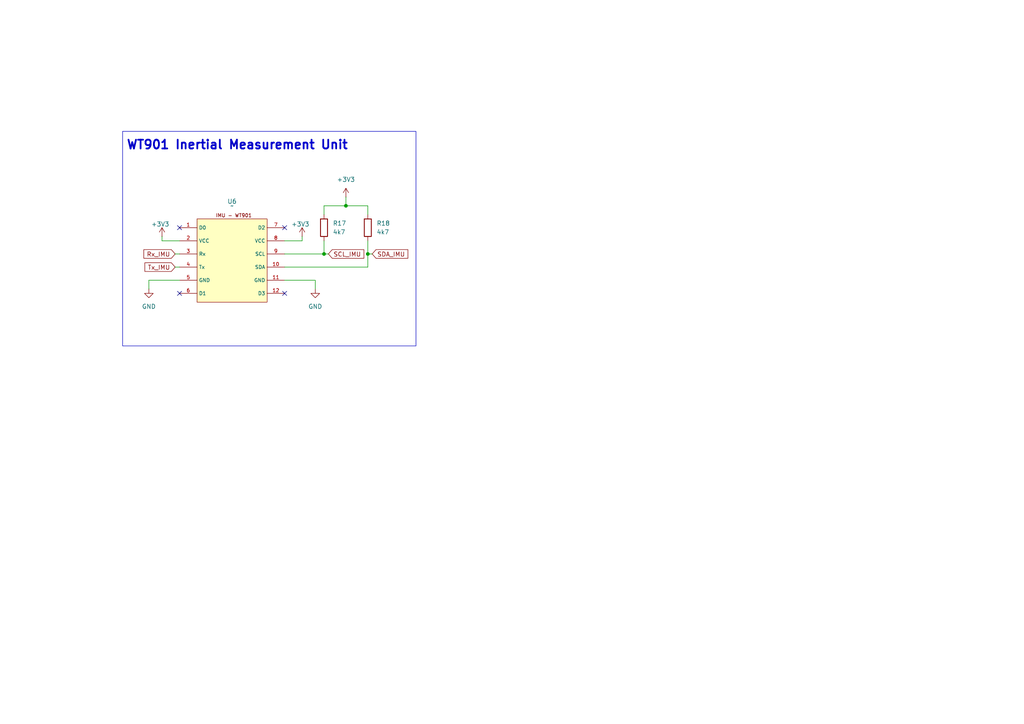
<source format=kicad_sch>
(kicad_sch (version 20231120) (generator "eeschema") (generator_version "8.0")
  (paper "A4")
  (lib_symbols
    (symbol "Device:R" (pin_numbers hide) (pin_names (offset 0))
      (property "Reference" "R" (at 2.032 0 90))
      (property "Value" "R" (at 0 0 90))
      (symbol "R_0_1"
        (rectangle (start -1.016 -2.54) (end 1.016 2.54) (stroke (width 0.254)))
      )
      (symbol "R_1_1"
        (pin passive line (at 0 3.81 270) (length 1.27) (name "~") (number "1"))
        (pin passive line (at 0 -3.81 90) (length 1.27) (name "~") (number "2"))
      )
    )
    (symbol "IMU_WT901:WT901"
      (property "Reference" "U2" (at 0 20.32 0))
      (property "Value" "~" (at 0 19.05 0))
      (symbol "WT901_0_1"
        (rectangle (start -10.16 15.24) (end 10.16 -8.89) (fill (type background)))
      )
      (symbol "WT901_1_0"
        (pin bidirectional line (at -15.24 12.7 0) (length 5.08) (name "D0") (number "1"))
        (pin bidirectional line (at 15.24 1.27 180) (length 5.08) (name "SDA") (number "10"))
        (pin bidirectional line (at 15.24 -2.54 180) (length 5.08) (name "GND") (number "11"))
        (pin bidirectional line (at 15.24 -6.35 180) (length 5.08) (name "D3") (number "12"))
        (pin bidirectional line (at -15.24 8.89 0) (length 5.08) (name "VCC") (number "2"))
        (pin bidirectional line (at -15.24 5.08 0) (length 5.08) (name "Rx") (number "3"))
        (pin bidirectional line (at -15.24 1.27 0) (length 5.08) (name "Tx") (number "4"))
        (pin bidirectional line (at -15.24 -2.54 0) (length 5.08) (name "GND") (number "5"))
        (pin bidirectional line (at -15.24 -6.35 0) (length 5.08) (name "D1") (number "6"))
        (pin bidirectional line (at 15.24 12.7 180) (length 5.08) (name "D2") (number "7"))
        (pin bidirectional line (at 15.24 8.89 180) (length 5.08) (name "VCC") (number "8"))
        (pin bidirectional line (at 15.24 5.08 180) (length 5.08) (name "SCL") (number "9"))
      )
      (symbol "WT901_1_1"
        (text "IMU - WT901" (at 0.508 16.256 0) (effects (font (size 1.016 1.016))))
      )
    )
    (symbol "power:+3V3" (power) (pin_numbers hide) (pin_names (offset 0) hide)
      (property "Value" "+3V3" (at 0 3.556 0))
      (symbol "+3V3_0_1"
        (polyline (pts (xy -0.762 1.27) (xy 0 2.54)))
        (polyline (pts (xy 0 0) (xy 0 2.54)))
        (polyline (pts (xy 0 2.54) (xy 0.762 1.27)))
      )
      (symbol "+3V3_1_1"
        (pin power_in line (at 0 0 90) (length 0) (name "~") (number "1"))
      )
    )
    (symbol "power:GND" (power) (pin_numbers hide) (pin_names (offset 0) hide)
      (property "Value" "GND" (at 0 -3.81 0))
      (symbol "GND_0_1"
        (polyline (pts (xy 0 0) (xy 0 -1.27) (xy 1.27 -1.27) (xy 0 -2.54) (xy -1.27 -1.27) (xy 0 -1.27)))
      )
      (symbol "GND_1_1"
        (pin power_in line (at 0 0 270) (length 0) (name "~") (number "1"))
      )
    )
  )
  (junction (at 100.33 59.69))
  (junction (at 106.68 73.66))
  (junction (at 93.98 73.66))
  (no_connect (at 82.55 85.09))
  (no_connect (at 82.55 66.04))
  (no_connect (at 52.07 66.04))
  (no_connect (at 52.07 85.09))
  (wire (pts (xy 100.33 59.69) (xy 106.68 59.69)))
  (wire (pts (xy 46.99 68.58) (xy 46.99 69.85)))
  (wire (pts (xy 100.33 59.69) (xy 93.98 59.69)))
  (wire (pts (xy 82.55 73.66) (xy 93.98 73.66)))
  (wire (pts (xy 87.63 69.85) (xy 87.63 68.58)))
  (wire (pts (xy 50.8 77.47) (xy 52.07 77.47)))
  (wire (pts (xy 82.55 81.28) (xy 91.44 81.28)))
  (wire (pts (xy 82.55 77.47) (xy 106.68 77.47)))
  (wire (pts (xy 106.68 59.69) (xy 106.68 62.23)))
  (wire (pts (xy 50.8 73.66) (xy 52.07 73.66)))
  (wire (pts (xy 82.55 69.85) (xy 87.63 69.85)))
  (wire (pts (xy 100.33 57.15) (xy 100.33 59.69)))
  (wire (pts (xy 91.44 81.28) (xy 91.44 83.82)))
  (wire (pts (xy 93.98 69.85) (xy 93.98 73.66)))
  (wire (pts (xy 107.95 73.66) (xy 106.68 73.66)))
  (wire (pts (xy 106.68 69.85) (xy 106.68 73.66)))
  (wire (pts (xy 52.07 81.28) (xy 43.18 81.28)))
  (wire (pts (xy 43.18 81.28) (xy 43.18 83.82)))
  (wire (pts (xy 46.99 69.85) (xy 52.07 69.85)))
  (wire (pts (xy 93.98 73.66) (xy 95.25 73.66)))
  (wire (pts (xy 93.98 59.69) (xy 93.98 62.23)))
  (wire (pts (xy 106.68 73.66) (xy 106.68 77.47)))
  (rectangle (start 35.56 38.1) (end 120.65 100.33))
  (text "WT901 Inertial Measurement Unit" (at 68.834 42.164 0) (effects (font (size 2.54 2.54) (bold yes))))
  (global_label "Tx_IMU" (shape input) (at 50.8 77.47 180) (property "Intersheetrefs" "${INTERSHEET_REFS}" (effects (hide yes))))
  (global_label "Rx_IMU" (shape input) (at 50.8 73.66 180) (property "Intersheetrefs" "${INTERSHEET_REFS}" (effects (hide yes))))
  (global_label "SDA_IMU" (shape input) (at 107.95 73.66 0) (property "Intersheetrefs" "${INTERSHEET_REFS}" (effects (hide yes))))
  (global_label "SCL_IMU" (shape input) (at 95.25 73.66 0) (property "Intersheetrefs" "${INTERSHEET_REFS}" (effects (hide yes))))
  (symbol (lib_id "power:+3V3") (at 87.63 68.58 0) (unit 1)
    (property "Reference" "#PWR048" (effects (hide yes)))
    (property "Value" "+3V3" (at 87.122 65.024 0))
    (property "Description" "Power symbol creates a global label with name \"+3V3\"" (effects (hide yes)))
  )
  (symbol (lib_id "power:GND") (at 91.44 83.82 0) (unit 1)
    (property "Reference" "#PWR051" (effects (hide yes)))
    (property "Value" "GND" (at 91.44 88.9 0))
    (property "Description" "Power symbol creates a global label with name \"GND\" , ground" (effects (hide yes)))
  )
  (symbol (lib_id "power:GND") (at 43.18 83.82 0) (unit 1)
    (property "Reference" "#PWR046" (effects (hide yes)))
    (property "Value" "GND" (at 43.18 88.9 0))
    (property "Description" "Power symbol creates a global label with name \"GND\" , ground" (effects (hide yes)))
  )
  (symbol (lib_id "Device:R") (at 106.68 66.04 0) (unit 1)
    (property "Reference" "R18" (at 109.22 64.7699 0) (effects (justify left)))
    (property "Value" "4k7" (at 109.22 67.3099 0) (effects (justify left)))
    (property "Description" "Resistor" (effects (hide yes)))
  )
  (symbol (lib_id "Device:R") (at 93.98 66.04 0) (unit 1)
    (property "Reference" "R17" (at 96.52 64.7699 0) (effects (justify left)))
    (property "Value" "4k7" (at 96.52 67.3099 0) (effects (justify left)))
    (property "Description" "Resistor" (effects (hide yes)))
  )
  (symbol (lib_id "IMU_WT901:WT901") (at 67.31 78.74 0) (unit 1)
    (property "Reference" "U6" (at 67.31 58.42 0))
    (property "Value" "~" (at 67.31 59.69 0))
    (property "Datasheet" "https://drive.google.com/drive/folders/1dWvJU2Ug7MpcwTPWoARw2KJI8oYbuVEW" (effects (hide yes)))
  )
  (symbol (lib_id "power:+3V3") (at 46.99 68.58 0) (unit 1)
    (property "Reference" "#PWR047" (effects (hide yes)))
    (property "Value" "+3V3" (at 46.482 65.024 0))
    (property "Description" "Power symbol creates a global label with name \"+3V3\"" (effects (hide yes)))
  )
  (symbol (lib_id "power:+3V3") (at 100.33 57.15 0) (unit 1)
    (property "Reference" "#PWR052" (effects (hide yes)))
    (property "Value" "+3V3" (at 100.33 52.07 0))
    (property "Description" "Power symbol creates a global label with name \"+3V3\"" (effects (hide yes)))
  )
)
</source>
